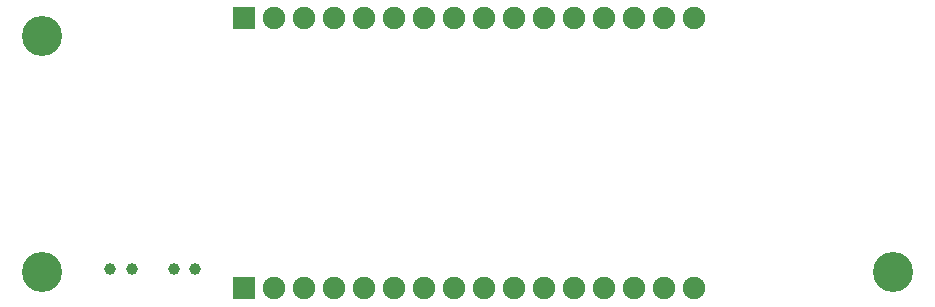
<source format=gbr>
G04 #@! TF.FileFunction,Soldermask,Bot*
%FSLAX46Y46*%
G04 Gerber Fmt 4.6, Leading zero omitted, Abs format (unit mm)*
G04 Created by KiCad (PCBNEW 4.0.5) date 02/16/17 10:34:01*
%MOMM*%
%LPD*%
G01*
G04 APERTURE LIST*
%ADD10C,0.100000*%
%ADD11C,1.000000*%
%ADD12R,1.900000X1.900000*%
%ADD13O,1.900000X1.900000*%
%ADD14C,3.400000*%
G04 APERTURE END LIST*
D10*
D11*
X95158000Y-103796000D03*
X96958000Y-103796000D03*
X89760500Y-103794500D03*
X91560500Y-103794500D03*
D12*
X101092000Y-82550000D03*
D13*
X103632000Y-82550000D03*
X106172000Y-82550000D03*
X108712000Y-82550000D03*
X111252000Y-82550000D03*
X113792000Y-82550000D03*
X116332000Y-82550000D03*
X118872000Y-82550000D03*
X121412000Y-82550000D03*
X123952000Y-82550000D03*
X126492000Y-82550000D03*
X129032000Y-82550000D03*
X131572000Y-82550000D03*
X134112000Y-82550000D03*
X136652000Y-82550000D03*
X139192000Y-82550000D03*
D12*
X101092000Y-105410000D03*
D13*
X103632000Y-105410000D03*
X106172000Y-105410000D03*
X108712000Y-105410000D03*
X111252000Y-105410000D03*
X113792000Y-105410000D03*
X116332000Y-105410000D03*
X118872000Y-105410000D03*
X121412000Y-105410000D03*
X123952000Y-105410000D03*
X126492000Y-105410000D03*
X129032000Y-105410000D03*
X131572000Y-105410000D03*
X134112000Y-105410000D03*
X136652000Y-105410000D03*
X139192000Y-105410000D03*
D14*
X84000000Y-104000000D03*
X84000000Y-84000000D03*
X156000000Y-104000000D03*
M02*

</source>
